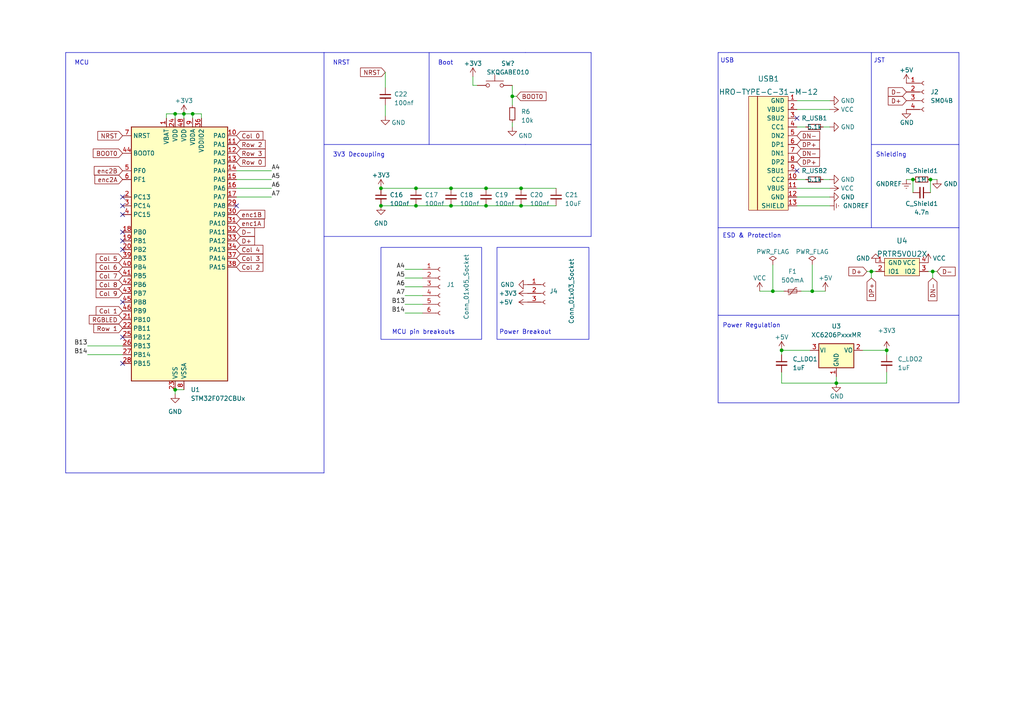
<source format=kicad_sch>
(kicad_sch (version 20230121) (generator eeschema)
  (paper "A4")
  (lib_symbols
    (symbol "+3V3_1" (power) (pin_names (offset 0))
      (property "Value" "+3V3_1" (at 0 3.556 0))
      (symbol "+3V3_1_0_1"
        (polyline (pts (xy -0.762 1.27) (xy 0 2.54)))
        (polyline (pts (xy 0 0) (xy 0 2.54)))
        (polyline (pts (xy 0 2.54) (xy 0.762 1.27)))
      )
      (symbol "+3V3_1_1_1"
        (pin power_in line (at 0 0 90) (length 0) hide (name "+3V3") (number "1"))
      )
    )
    (symbol "Connector:Conn_01x03_Socket" (pin_names (offset 1.016) hide)
      (property "Reference" "J" (at 0 5.08 0))
      (property "Value" "Conn_01x03_Socket" (at 0 -5.08 0))
      (symbol "Conn_01x03_Socket_1_1"
        (arc (start 0 -2.032) (mid -0.5058 -2.54) (end 0 -3.048) (stroke (width 0.1524)))
        (polyline (pts (xy -1.27 -2.54) (xy -0.508 -2.54)) (stroke (width 0.1524)))
        (polyline (pts (xy -1.27 0) (xy -0.508 0)) (stroke (width 0.1524)))
        (polyline (pts (xy -1.27 2.54) (xy -0.508 2.54)) (stroke (width 0.1524)))
        (arc (start 0 0.508) (mid -0.5058 0) (end 0 -0.508) (stroke (width 0.1524)))
        (arc (start 0 3.048) (mid -0.5058 2.54) (end 0 2.032) (stroke (width 0.1524)))
        (pin passive line (at -5.08 2.54 0) (length 3.81) (name "Pin_1") (number "1"))
        (pin passive line (at -5.08 0 0) (length 3.81) (name "Pin_2") (number "2"))
        (pin passive line (at -5.08 -2.54 0) (length 3.81) (name "Pin_3") (number "3"))
      )
    )
    (symbol "Connector:Conn_01x04_Female" (pin_names (offset 1.016) hide)
      (property "Reference" "J" (at 0 5.08 0))
      (property "Value" "Conn_01x04_Female" (at 0 -7.62 0))
      (symbol "Conn_01x04_Female_1_1"
        (arc (start 0 -4.572) (mid -0.5058 -5.08) (end 0 -5.588) (stroke (width 0.1524)))
        (arc (start 0 -2.032) (mid -0.5058 -2.54) (end 0 -3.048) (stroke (width 0.1524)))
        (polyline (pts (xy -1.27 -5.08) (xy -0.508 -5.08)) (stroke (width 0.1524)))
        (polyline (pts (xy -1.27 -2.54) (xy -0.508 -2.54)) (stroke (width 0.1524)))
        (polyline (pts (xy -1.27 0) (xy -0.508 0)) (stroke (width 0.1524)))
        (polyline (pts (xy -1.27 2.54) (xy -0.508 2.54)) (stroke (width 0.1524)))
        (arc (start 0 0.508) (mid -0.5058 0) (end 0 -0.508) (stroke (width 0.1524)))
        (arc (start 0 3.048) (mid -0.5058 2.54) (end 0 2.032) (stroke (width 0.1524)))
        (pin passive line (at -5.08 2.54 0) (length 3.81) (name "Pin_1") (number "1"))
        (pin passive line (at -5.08 0 0) (length 3.81) (name "Pin_2") (number "2"))
        (pin passive line (at -5.08 -2.54 0) (length 3.81) (name "Pin_3") (number "3"))
        (pin passive line (at -5.08 -5.08 0) (length 3.81) (name "Pin_4") (number "4"))
      )
    )
    (symbol "Connector:Conn_01x06_Socket" (pin_names (offset 1.016) hide)
      (property "Reference" "J" (at 0 7.62 0))
      (property "Value" "Conn_01x06_Socket" (at 0 -10.16 0))
      (symbol "Conn_01x06_Socket_1_1"
        (arc (start 0 -7.112) (mid -0.5058 -7.62) (end 0 -8.128) (stroke (width 0.1524)))
        (arc (start 0 -4.572) (mid -0.5058 -5.08) (end 0 -5.588) (stroke (width 0.1524)))
        (arc (start 0 -2.032) (mid -0.5058 -2.54) (end 0 -3.048) (stroke (width 0.1524)))
        (polyline (pts (xy -1.27 -7.62) (xy -0.508 -7.62)) (stroke (width 0.1524)))
        (polyline (pts (xy -1.27 -5.08) (xy -0.508 -5.08)) (stroke (width 0.1524)))
        (polyline (pts (xy -1.27 -2.54) (xy -0.508 -2.54)) (stroke (width 0.1524)))
        (polyline (pts (xy -1.27 0) (xy -0.508 0)) (stroke (width 0.1524)))
        (polyline (pts (xy -1.27 2.54) (xy -0.508 2.54)) (stroke (width 0.1524)))
        (polyline (pts (xy -1.27 5.08) (xy -0.508 5.08)) (stroke (width 0.1524)))
        (arc (start 0 0.508) (mid -0.5058 0) (end 0 -0.508) (stroke (width 0.1524)))
        (arc (start 0 3.048) (mid -0.5058 2.54) (end 0 2.032) (stroke (width 0.1524)))
        (arc (start 0 5.588) (mid -0.5058 5.08) (end 0 4.572) (stroke (width 0.1524)))
        (pin passive line (at -5.08 5.08 0) (length 3.81) (name "Pin_1") (number "1"))
        (pin passive line (at -5.08 2.54 0) (length 3.81) (name "Pin_2") (number "2"))
        (pin passive line (at -5.08 0 0) (length 3.81) (name "Pin_3") (number "3"))
        (pin passive line (at -5.08 -2.54 0) (length 3.81) (name "Pin_4") (number "4"))
        (pin passive line (at -5.08 -5.08 0) (length 3.81) (name "Pin_5") (number "5"))
        (pin passive line (at -5.08 -7.62 0) (length 3.81) (name "Pin_6") (number "6"))
      )
    )
    (symbol "Device:C_Small" (pin_numbers hide) (pin_names (offset 0.254) hide)
      (property "Reference" "C" (at 0.254 1.778 0))
      (property "Value" "C_Small" (at 0.254 -2.032 0))
      (symbol "C_Small_0_1"
        (polyline (pts (xy -1.524 -0.508) (xy 1.524 -0.508)) (stroke (width 0.3302)))
        (polyline (pts (xy -1.524 0.508) (xy 1.524 0.508)) (stroke (width 0.3048)))
      )
      (symbol "C_Small_1_1"
        (pin passive line (at 0 2.54 270) (length 2.032) (name "~") (number "1"))
        (pin passive line (at 0 -2.54 90) (length 2.032) (name "~") (number "2"))
      )
    )
    (symbol "Device:Polyfuse_Small" (pin_numbers hide) (pin_names (offset 0))
      (property "Reference" "F" (at -1.905 0 90))
      (property "Value" "Polyfuse_Small" (at 1.905 0 90))
      (symbol "Polyfuse_Small_0_1"
        (rectangle (start -0.508 1.27) (end 0.508 -1.27))
        (polyline (pts (xy 0 2.54) (xy 0 -2.54)))
        (polyline (pts (xy -1.016 1.27) (xy -1.016 0.762) (xy 1.016 -0.762) (xy 1.016 -1.27)))
      )
      (symbol "Polyfuse_Small_1_1"
        (pin passive line (at 0 2.54 270) (length 0.635) (name "~") (number "1"))
        (pin passive line (at 0 -2.54 90) (length 0.635) (name "~") (number "2"))
      )
    )
    (symbol "Device:R_Small" (pin_numbers hide) (pin_names (offset 0.254) hide)
      (property "Reference" "R" (at 0.762 0.508 0))
      (property "Value" "R_Small" (at 0.762 -1.016 0))
      (symbol "R_Small_0_1"
        (rectangle (start -0.762 1.778) (end 0.762 -1.778) (stroke (width 0.2032)))
      )
      (symbol "R_Small_1_1"
        (pin passive line (at 0 2.54 270) (length 0.762) (name "~") (number "1"))
        (pin passive line (at 0 -2.54 90) (length 0.762) (name "~") (number "2"))
      )
    )
    (symbol "GND_1" (power) (pin_names (offset 0))
      (property "Value" "GND_1" (at 0 -3.81 0))
      (symbol "GND_1_0_1"
        (polyline (pts (xy 0 0) (xy 0 -1.27) (xy 1.27 -1.27) (xy 0 -2.54) (xy -1.27 -1.27) (xy 0 -1.27)))
      )
      (symbol "GND_1_1_1"
        (pin power_in line (at 0 0 270) (length 0) hide (name "GND") (number "1"))
      )
    )
    (symbol "MCU_ST_STM32F0:STM32F072CBUx"
      (property "Reference" "U" (at -12.7 39.37 0))
      (property "Value" "STM32F072CBUx" (at 10.16 39.37 0))
      (symbol "STM32F072CBUx_0_1"
        (rectangle (start -12.7 -35.56) (end 15.24 38.1) (stroke (width 0.254)) (fill (type background)))
      )
      (symbol "STM32F072CBUx_1_1"
        (pin power_in line (at -2.54 40.64 270) (length 2.54) (name "VBAT") (number "1"))
        (pin bidirectional line (at 17.78 35.56 180) (length 2.54) (name "PA0") (number "10"))
        (pin bidirectional line (at 17.78 33.02 180) (length 2.54) (name "PA1") (number "11"))
        (pin bidirectional line (at 17.78 30.48 180) (length 2.54) (name "PA2") (number "12"))
        (pin bidirectional line (at 17.78 27.94 180) (length 2.54) (name "PA3") (number "13"))
        (pin bidirectional line (at 17.78 25.4 180) (length 2.54) (name "PA4") (number "14"))
        (pin bidirectional line (at 17.78 22.86 180) (length 2.54) (name "PA5") (number "15"))
        (pin bidirectional line (at 17.78 20.32 180) (length 2.54) (name "PA6") (number "16"))
        (pin bidirectional line (at 17.78 17.78 180) (length 2.54) (name "PA7") (number "17"))
        (pin bidirectional line (at -15.24 7.62 0) (length 2.54) (name "PB0") (number "18"))
        (pin bidirectional line (at -15.24 5.08 0) (length 2.54) (name "PB1") (number "19"))
        (pin bidirectional line (at -15.24 17.78 0) (length 2.54) (name "PC13") (number "2"))
        (pin bidirectional line (at -15.24 2.54 0) (length 2.54) (name "PB2") (number "20"))
        (pin bidirectional line (at -15.24 -17.78 0) (length 2.54) (name "PB10") (number "21"))
        (pin bidirectional line (at -15.24 -20.32 0) (length 2.54) (name "PB11") (number "22"))
        (pin power_in line (at 0 -38.1 90) (length 2.54) (name "VSS") (number "23"))
        (pin power_in line (at 0 40.64 270) (length 2.54) (name "VDD") (number "24"))
        (pin bidirectional line (at -15.24 -22.86 0) (length 2.54) (name "PB12") (number "25"))
        (pin bidirectional line (at -15.24 -25.4 0) (length 2.54) (name "PB13") (number "26"))
        (pin bidirectional line (at -15.24 -27.94 0) (length 2.54) (name "PB14") (number "27"))
        (pin bidirectional line (at -15.24 -30.48 0) (length 2.54) (name "PB15") (number "28"))
        (pin bidirectional line (at 17.78 15.24 180) (length 2.54) (name "PA8") (number "29"))
        (pin bidirectional line (at -15.24 15.24 0) (length 2.54) (name "PC14") (number "3"))
        (pin bidirectional line (at 17.78 12.7 180) (length 2.54) (name "PA9") (number "30"))
        (pin bidirectional line (at 17.78 10.16 180) (length 2.54) (name "PA10") (number "31"))
        (pin bidirectional line (at 17.78 7.62 180) (length 2.54) (name "PA11") (number "32"))
        (pin bidirectional line (at 17.78 5.08 180) (length 2.54) (name "PA12") (number "33"))
        (pin bidirectional line (at 17.78 2.54 180) (length 2.54) (name "PA13") (number "34"))
        (pin passive line (at 0 -38.1 90) (length 2.54) hide (name "VSS") (number "35"))
        (pin power_in line (at 7.62 40.64 270) (length 2.54) (name "VDDIO2") (number "36"))
        (pin bidirectional line (at 17.78 0 180) (length 2.54) (name "PA14") (number "37"))
        (pin bidirectional line (at 17.78 -2.54 180) (length 2.54) (name "PA15") (number "38"))
        (pin bidirectional line (at -15.24 0 0) (length 2.54) (name "PB3") (number "39"))
        (pin bidirectional line (at -15.24 12.7 0) (length 2.54) (name "PC15") (number "4"))
        (pin bidirectional line (at -15.24 -2.54 0) (length 2.54) (name "PB4") (number "40"))
        (pin bidirectional line (at -15.24 -5.08 0) (length 2.54) (name "PB5") (number "41"))
        (pin bidirectional line (at -15.24 -7.62 0) (length 2.54) (name "PB6") (number "42"))
        (pin bidirectional line (at -15.24 -10.16 0) (length 2.54) (name "PB7") (number "43"))
        (pin input line (at -15.24 30.48 0) (length 2.54) (name "BOOT0") (number "44"))
        (pin bidirectional line (at -15.24 -12.7 0) (length 2.54) (name "PB8") (number "45"))
        (pin bidirectional line (at -15.24 -15.24 0) (length 2.54) (name "PB9") (number "46"))
        (pin passive line (at 0 -38.1 90) (length 2.54) hide (name "VSS") (number "47"))
        (pin power_in line (at 2.54 40.64 270) (length 2.54) (name "VDD") (number "48"))
        (pin passive line (at 0 -38.1 90) (length 2.54) hide (name "VSS") (number "49"))
        (pin bidirectional line (at -15.24 25.4 0) (length 2.54) (name "PF0") (number "5"))
        (pin bidirectional line (at -15.24 22.86 0) (length 2.54) (name "PF1") (number "6"))
        (pin input line (at -15.24 35.56 0) (length 2.54) (name "NRST") (number "7"))
        (pin power_in line (at 2.54 -38.1 90) (length 2.54) (name "VSSA") (number "8"))
        (pin power_in line (at 5.08 40.64 270) (length 2.54) (name "VDDA") (number "9"))
      )
    )
    (symbol "Regulator_Linear:XC6206PxxxMR" (pin_names (offset 0.254))
      (property "Reference" "U" (at -3.81 3.175 0))
      (property "Value" "XC6206PxxxMR" (at 0 3.175 0))
      (symbol "XC6206PxxxMR_0_1"
        (rectangle (start -5.08 1.905) (end 5.08 -5.08) (stroke (width 0.254)) (fill (type background)))
      )
      (symbol "XC6206PxxxMR_1_1"
        (pin power_in line (at 0 -7.62 90) (length 2.54) (name "GND") (number "1"))
        (pin power_out line (at 7.62 0 180) (length 2.54) (name "VO") (number "2"))
        (pin power_in line (at -7.62 0 0) (length 2.54) (name "VI") (number "3"))
      )
    )
    (symbol "Switch:SW_Push" (pin_numbers hide) (pin_names (offset 1.016) hide)
      (property "Reference" "SW" (at 1.27 2.54 0))
      (property "Value" "SW_Push" (at 0 -1.524 0))
      (symbol "SW_Push_0_1"
        (circle (center -2.032 0) (radius 0.508))
        (polyline (pts (xy 0 1.27) (xy 0 3.048)))
        (polyline (pts (xy 2.54 1.27) (xy -2.54 1.27)))
        (circle (center 2.032 0) (radius 0.508))
        (pin passive line (at -5.08 0 0) (length 2.54) (name "1") (number "1"))
        (pin passive line (at 5.08 0 180) (length 2.54) (name "2") (number "2"))
      )
    )
    (symbol "cipulot_parts:HRO-TYPE-C-31-M-12" (pin_names (offset 1.016))
      (property "Reference" "USB" (at -5.08 16.51 0))
      (property "Value" "HRO-TYPE-C-31-M-12" (at -10.16 -1.27 90))
      (symbol "HRO-TYPE-C-31-M-12_0_1"
        (rectangle (start -11.43 15.24) (end -8.89 -17.78) (fill (type background)))
        (rectangle (start 0 -17.78) (end -8.89 15.24) (fill (type background)))
      )
      (symbol "HRO-TYPE-C-31-M-12_1_1"
        (pin input line (at 2.54 13.97 180) (length 2.54) (name "GND") (number "1"))
        (pin input line (at 2.54 -8.89 180) (length 2.54) (name "CC2") (number "10"))
        (pin input line (at 2.54 -11.43 180) (length 2.54) (name "VBUS") (number "11"))
        (pin input line (at 2.54 -13.97 180) (length 2.54) (name "GND") (number "12"))
        (pin input line (at 2.54 -16.51 180) (length 2.54) (name "SHIELD") (number "13"))
        (pin input line (at 2.54 11.43 180) (length 2.54) (name "VBUS") (number "2"))
        (pin input line (at 2.54 8.89 180) (length 2.54) (name "SBU2") (number "3"))
        (pin input line (at 2.54 6.35 180) (length 2.54) (name "CC1") (number "4"))
        (pin input line (at 2.54 3.81 180) (length 2.54) (name "DN2") (number "5"))
        (pin input line (at 2.54 1.27 180) (length 2.54) (name "DP1") (number "6"))
        (pin input line (at 2.54 -1.27 180) (length 2.54) (name "DN1") (number "7"))
        (pin input line (at 2.54 -3.81 180) (length 2.54) (name "DP2") (number "8"))
        (pin input line (at 2.54 -6.35 180) (length 2.54) (name "SBU1") (number "9"))
      )
    )
    (symbol "cipulot_parts:PRTR5V0U2X" (pin_names (offset 1.016))
      (property "Reference" "U" (at 0 3.81 0))
      (property "Value" "PRTR5V0U2X" (at 0 -3.81 0))
      (symbol "PRTR5V0U2X_0_1"
        (rectangle (start -5.08 2.54) (end 5.08 -2.54) (fill (type background)))
      )
      (symbol "PRTR5V0U2X_1_1"
        (pin input line (at -7.62 1.27 0) (length 2.54) (name "GND") (number "1"))
        (pin input line (at -7.62 -1.27 0) (length 2.54) (name "IO1") (number "2"))
        (pin input line (at 7.62 -1.27 180) (length 2.54) (name "IO2") (number "3"))
        (pin input line (at 7.62 1.27 180) (length 2.54) (name "VCC") (number "4"))
      )
    )
    (symbol "power:+3V3" (power) (pin_names (offset 0))
      (property "Value" "+3V3" (at 0 3.556 0))
      (symbol "+3V3_0_1"
        (polyline (pts (xy -0.762 1.27) (xy 0 2.54)))
        (polyline (pts (xy 0 0) (xy 0 2.54)))
        (polyline (pts (xy 0 2.54) (xy 0.762 1.27)))
      )
      (symbol "+3V3_1_1"
        (pin power_in line (at 0 0 90) (length 0) hide (name "+3V3") (number "1"))
      )
    )
    (symbol "power:+5V" (power) (pin_names (offset 0))
      (property "Value" "+5V" (at 0 3.556 0))
      (symbol "+5V_0_1"
        (polyline (pts (xy -0.762 1.27) (xy 0 2.54)))
        (polyline (pts (xy 0 0) (xy 0 2.54)))
        (polyline (pts (xy 0 2.54) (xy 0.762 1.27)))
      )
      (symbol "+5V_1_1"
        (pin power_in line (at 0 0 90) (length 0) hide (name "+5V") (number "1"))
      )
    )
    (symbol "power:GND" (power) (pin_names (offset 0))
      (property "Value" "GND" (at 0 -3.81 0))
      (symbol "GND_0_1"
        (polyline (pts (xy 0 0) (xy 0 -1.27) (xy 1.27 -1.27) (xy 0 -2.54) (xy -1.27 -1.27) (xy 0 -1.27)))
      )
      (symbol "GND_1_1"
        (pin power_in line (at 0 0 270) (length 0) hide (name "GND") (number "1"))
      )
    )
    (symbol "power:GNDREF" (power) (pin_names (offset 0))
      (property "Value" "GNDREF" (at 0 -3.81 0))
      (symbol "GNDREF_0_1"
        (polyline (pts (xy -0.635 -1.905) (xy 0.635 -1.905)))
        (polyline (pts (xy -0.127 -2.54) (xy 0.127 -2.54)))
        (polyline (pts (xy 0 -1.27) (xy 0 0)))
        (polyline (pts (xy 1.27 -1.27) (xy -1.27 -1.27)))
      )
      (symbol "GNDREF_1_1"
        (pin power_in line (at 0 0 270) (length 0) hide (name "GNDREF") (number "1"))
      )
    )
    (symbol "power:PWR_FLAG" (power) (pin_numbers hide) (pin_names (offset 0) hide)
      (property "Value" "PWR_FLAG" (at 0 3.81 0))
      (symbol "PWR_FLAG_0_0"
        (pin power_out line (at 0 0 90) (length 0) (name "pwr") (number "1"))
      )
      (symbol "PWR_FLAG_0_1"
        (polyline (pts (xy 0 0) (xy 0 1.27) (xy -1.016 1.905) (xy 0 2.54) (xy 1.016 1.905) (xy 0 1.27)))
      )
    )
    (symbol "power:VCC" (power) (pin_names (offset 0))
      (property "Value" "VCC" (at 0 3.81 0))
      (symbol "VCC_0_1"
        (polyline (pts (xy -0.762 1.27) (xy 0 2.54)))
        (polyline (pts (xy 0 0) (xy 0 2.54)))
        (polyline (pts (xy 0 2.54) (xy 0.762 1.27)))
      )
      (symbol "VCC_1_1"
        (pin power_in line (at 0 0 90) (length 0) hide (name "VCC") (number "1"))
      )
    )
  )
  (junction (at 270.51 78.74))
  (junction (at 257.175 101.6))
  (junction (at 264.795 52.07))
  (junction (at 120.65 54.61))
  (junction (at 50.8 113.03))
  (junction (at 269.875 52.07))
  (junction (at 252.73 78.74))
  (junction (at 110.49 59.69))
  (junction (at 151.13 54.61))
  (junction (at 110.49 54.61))
  (junction (at 224.155 84.455))
  (junction (at 130.81 54.61))
  (junction (at 130.81 59.69))
  (junction (at 151.13 59.69))
  (junction (at 148.59 27.94))
  (junction (at 242.57 111.125))
  (junction (at 53.34 33.02))
  (junction (at 50.8 33.02))
  (junction (at 55.88 33.02))
  (junction (at 120.65 59.69))
  (junction (at 140.97 54.61))
  (junction (at 235.585 84.455))
  (junction (at 226.695 101.6))
  (junction (at 140.97 59.69))
  (no_connect (at 35.56 87.63))
  (no_connect (at 35.56 67.31))
  (no_connect (at 35.56 105.41))
  (no_connect (at 35.56 69.85))
  (no_connect (at 35.56 72.39))
  (no_connect (at 231.14 34.29))
  (no_connect (at 35.56 62.23))
  (no_connect (at 35.56 97.79))
  (no_connect (at 35.56 57.15))
  (no_connect (at 231.14 49.53))
  (no_connect (at 68.58 59.69))
  (no_connect (at 35.56 59.69))
  (wire (pts (xy 50.8 114.3) (xy 50.8 113.03)))
  (polyline (pts (xy 252.73 41.91) (xy 278.13 41.91)))
  (wire (pts (xy 110.49 59.69) (xy 120.65 59.69)))
  (wire (pts (xy 231.14 54.61) (xy 240.665 54.61)))
  (polyline (pts (xy 208.28 15.24) (xy 208.28 66.04)))
  (polyline (pts (xy 208.28 91.44) (xy 278.13 91.44)))
  (polyline (pts (xy 278.13 66.04) (xy 278.13 116.84)))
  (polyline (pts (xy 93.98 137.16) (xy 93.98 15.24)))
  (polyline (pts (xy 152.4 15.24) (xy 171.45 15.24)))
  (wire (pts (xy 148.59 27.94) (xy 149.86 27.94)))
  (wire (pts (xy 68.58 49.53) (xy 78.74 49.53)))
  (wire (pts (xy 50.8 33.02) (xy 50.8 34.29)))
  (wire (pts (xy 138.43 24.765) (xy 137.16 24.765)))
  (wire (pts (xy 231.14 57.15) (xy 240.665 57.15)))
  (wire (pts (xy 55.88 33.02) (xy 55.88 34.29)))
  (wire (pts (xy 148.59 24.765) (xy 148.59 27.94)))
  (wire (pts (xy 48.26 33.02) (xy 48.26 34.29)))
  (wire (pts (xy 130.81 54.61) (xy 140.97 54.61)))
  (wire (pts (xy 117.475 85.725) (xy 122.555 85.725)))
  (wire (pts (xy 50.8 113.03) (xy 53.34 113.03)))
  (wire (pts (xy 137.16 24.765) (xy 137.16 22.225)))
  (wire (pts (xy 226.695 107.95) (xy 226.695 111.125)))
  (polyline (pts (xy 19.05 137.16) (xy 93.98 137.16)))
  (wire (pts (xy 53.34 33.02) (xy 53.34 34.29)))
  (wire (pts (xy 224.155 84.455) (xy 227.33 84.455)))
  (polyline (pts (xy 278.13 15.24) (xy 278.13 66.04)))
  (polyline (pts (xy 208.28 15.24) (xy 278.13 15.24)))
  (wire (pts (xy 117.475 78.105) (xy 122.555 78.105)))
  (wire (pts (xy 262.89 52.07) (xy 264.795 52.07)))
  (wire (pts (xy 238.76 52.07) (xy 240.665 52.07)))
  (polyline (pts (xy 252.73 15.24) (xy 252.73 66.04)))
  (wire (pts (xy 252.73 78.74) (xy 254 78.74)))
  (wire (pts (xy 140.97 54.61) (xy 151.13 54.61)))
  (wire (pts (xy 117.475 90.805) (xy 122.555 90.805)))
  (polyline (pts (xy 93.98 68.58) (xy 171.45 68.58)))
  (wire (pts (xy 120.65 59.69) (xy 130.81 59.69)))
  (wire (pts (xy 130.81 59.69) (xy 140.97 59.69)))
  (wire (pts (xy 220.345 84.455) (xy 224.155 84.455)))
  (wire (pts (xy 252.73 78.74) (xy 252.73 80.645)))
  (polyline (pts (xy 171.45 68.58) (xy 171.45 41.91)))
  (wire (pts (xy 231.14 29.21) (xy 240.665 29.21)))
  (polyline (pts (xy 124.46 15.24) (xy 124.46 41.91)))
  (wire (pts (xy 250.19 101.6) (xy 257.175 101.6)))
  (wire (pts (xy 140.97 59.69) (xy 151.13 59.69)))
  (wire (pts (xy 257.175 111.125) (xy 257.175 107.95)))
  (wire (pts (xy 231.14 52.07) (xy 233.68 52.07)))
  (wire (pts (xy 148.59 27.94) (xy 148.59 30.48)))
  (wire (pts (xy 235.585 76.835) (xy 235.585 84.455)))
  (wire (pts (xy 111.76 20.955) (xy 111.76 25.4)))
  (wire (pts (xy 226.695 101.6) (xy 226.695 102.87)))
  (polyline (pts (xy 93.98 15.24) (xy 19.05 15.24)))
  (wire (pts (xy 68.58 57.15) (xy 78.74 57.15)))
  (wire (pts (xy 224.155 76.835) (xy 224.155 84.455)))
  (wire (pts (xy 151.13 59.69) (xy 161.29 59.69)))
  (wire (pts (xy 264.795 52.07) (xy 264.795 55.88)))
  (wire (pts (xy 55.88 33.02) (xy 58.42 33.02)))
  (wire (pts (xy 117.475 88.265) (xy 122.555 88.265)))
  (wire (pts (xy 231.14 31.75) (xy 240.665 31.75)))
  (wire (pts (xy 257.175 101.6) (xy 257.175 102.87)))
  (wire (pts (xy 251.46 78.74) (xy 252.73 78.74)))
  (wire (pts (xy 68.58 52.07) (xy 78.74 52.07)))
  (wire (pts (xy 35.56 102.87) (xy 25.4 102.87)))
  (wire (pts (xy 35.56 100.33) (xy 25.4 100.33)))
  (wire (pts (xy 68.58 54.61) (xy 78.74 54.61)))
  (polyline (pts (xy 278.13 66.04) (xy 208.28 66.04)))
  (polyline (pts (xy 93.98 41.91) (xy 152.4 41.91)))
  (wire (pts (xy 48.26 33.02) (xy 50.8 33.02)))
  (wire (pts (xy 235.585 84.455) (xy 239.395 84.455)))
  (wire (pts (xy 232.41 84.455) (xy 235.585 84.455)))
  (wire (pts (xy 50.8 33.02) (xy 53.34 33.02)))
  (wire (pts (xy 231.14 59.69) (xy 240.665 59.69)))
  (wire (pts (xy 270.51 78.74) (xy 270.51 80.645)))
  (wire (pts (xy 117.475 80.645) (xy 122.555 80.645)))
  (wire (pts (xy 117.475 83.185) (xy 122.555 83.185)))
  (wire (pts (xy 226.695 101.6) (xy 234.95 101.6)))
  (wire (pts (xy 58.42 33.02) (xy 58.42 34.29)))
  (wire (pts (xy 269.875 52.07) (xy 271.78 52.07)))
  (wire (pts (xy 110.49 54.61) (xy 120.65 54.61)))
  (wire (pts (xy 270.51 78.74) (xy 271.78 78.74)))
  (wire (pts (xy 120.65 54.61) (xy 130.81 54.61)))
  (polyline (pts (xy 208.28 116.84) (xy 208.28 66.04)))
  (polyline (pts (xy 278.13 116.84) (xy 208.28 116.84)))
  (wire (pts (xy 231.14 36.83) (xy 233.68 36.83)))
  (polyline (pts (xy 93.98 15.24) (xy 152.4 15.24)))
  (polyline (pts (xy 19.05 15.24) (xy 19.05 137.16)))
  (wire (pts (xy 55.88 33.02) (xy 53.34 33.02)))
  (wire (pts (xy 269.24 78.74) (xy 270.51 78.74)))
  (polyline (pts (xy 171.45 15.24) (xy 171.45 41.91)))
  (wire (pts (xy 269.875 52.07) (xy 269.875 55.88)))
  (wire (pts (xy 151.13 54.61) (xy 161.29 54.61)))
  (wire (pts (xy 226.695 111.125) (xy 242.57 111.125)))
  (wire (pts (xy 242.57 111.125) (xy 257.175 111.125)))
  (wire (pts (xy 148.59 35.56) (xy 148.59 36.83)))
  (wire (pts (xy 238.76 36.83) (xy 240.665 36.83)))
  (wire (pts (xy 242.57 109.22) (xy 242.57 111.125)))
  (polyline (pts (xy 152.4 41.91) (xy 171.45 41.91)))
  (wire (pts (xy 111.76 33.655) (xy 111.76 30.48)))
  (rectangle (start 144.145 71.755) (end 170.815 98.425))
  (rectangle (start 110.49 71.755) (end 139.7 98.425))
  (text "Power Regulation" (at 209.55 95.25 0) (effects (font (size 1.27 1.27)) (justify left bottom)))
  (text "MCU" (at 21.59 19.05 0) (effects (font (size 1.27 1.27)) (justify left bottom)))
  (text "JST" (at 253.365 18.415 0) (effects (font (size 1.27 1.27)) (justify left bottom)))
  (text "USB\n" (at 208.915 18.415 0) (effects (font (size 1.27 1.27)) (justify left bottom)))
  (text "Boot" (at 127 19.05 0) (effects (font (size 1.27 1.27)) (justify left bottom)))
  (text "Shielding\n" (at 254 45.72 0) (effects (font (size 1.27 1.27)) (justify left bottom)))
  (text "ESD & Protection" (at 209.55 69.215 0) (effects (font (size 1.27 1.27)) (justify left bottom)))
  (text "NRST" (at 96.52 19.05 0) (effects (font (size 1.27 1.27)) (justify left bottom)))
  (text "3V3 Decoupling" (at 96.52 45.72 0) (effects (font (size 1.27 1.27)) (justify left bottom)))
  (text "Power Breakout" (at 144.78 97.155 0) (effects (font (size 1.27 1.27)) (justify left bottom)))
  (text "MCU pin breakouts" (at 113.665 97.155 0) (effects (font (size 1.27 1.27)) (justify left bottom)))
  (label "A4" (at 117.475 78.105 180))
  (label "A7" (at 117.475 85.725 180))
  (label "B14" (at 117.475 90.805 180))
  (label "B13" (at 25.4 100.33 180))
  (label "A6" (at 117.475 83.185 180))
  (label "B14" (at 25.4 102.87 180))
  (label "A6" (at 78.74 54.61 0))
  (label "B13" (at 117.475 88.265 180))
  (label "A4" (at 78.74 49.53 0))
  (label "A7" (at 78.74 57.15 0))
  (label "A5" (at 117.475 80.645 180))
  (label "A5" (at 78.74 52.07 0))
  (global_label "Col 8" (shape input) (at 35.56 82.55 180) (property "Intersheetrefs" "${INTERSHEET_REFS}" (effects hide)))
  (global_label "D-" (shape input) (at 271.78 78.74 0) (property "Intersheetrefs" "${INTERSHEET_REFS}" (effects hide)))
  (global_label "Col 1" (shape input) (at 35.56 90.17 180) (property "Intersheetrefs" "${INTERSHEET_REFS}" (effects hide)))
  (global_label "enc2A" (shape input) (at 35.56 52.07 180) (property "Intersheetrefs" "${INTERSHEET_REFS}" (effects hide)))
  (global_label "D-" (shape input) (at 262.89 26.67 180) (property "Intersheetrefs" "${INTERSHEET_REFS}" (effects hide)))
  (global_label "RGBLED" (shape input) (at 35.56 92.71 180) (property "Intersheetrefs" "${INTERSHEET_REFS}" (effects hide)))
  (global_label "Col 0" (shape input) (at 68.58 39.37 0) (property "Intersheetrefs" "${INTERSHEET_REFS}" (effects hide)))
  (global_label "D+" (shape input) (at 251.46 78.74 180) (property "Intersheetrefs" "${INTERSHEET_REFS}" (effects hide)))
  (global_label "DP+" (shape input) (at 231.14 41.91 0) (property "Intersheetrefs" "${INTERSHEET_REFS}" (effects hide)))
  (global_label "Row 2" (shape input) (at 68.58 41.91 0) (property "Intersheetrefs" "${INTERSHEET_REFS}" (effects hide)))
  (global_label "D+" (shape input) (at 68.58 69.85 0) (property "Intersheetrefs" "${INTERSHEET_REFS}" (effects hide)))
  (global_label "Row 0" (shape input) (at 68.58 46.99 0) (property "Intersheetrefs" "${INTERSHEET_REFS}" (effects hide)))
  (global_label "NRST" (shape input) (at 35.56 39.37 180) (property "Intersheetrefs" "${INTERSHEET_REFS}" (effects hide)))
  (global_label "DN-" (shape input) (at 231.14 44.45 0) (property "Intersheetrefs" "${INTERSHEET_REFS}" (effects hide)))
  (global_label "Col 5" (shape input) (at 35.56 74.93 180) (property "Intersheetrefs" "${INTERSHEET_REFS}" (effects hide)))
  (global_label "Col 2" (shape input) (at 68.58 77.47 0) (property "Intersheetrefs" "${INTERSHEET_REFS}" (effects hide)))
  (global_label "D+" (shape input) (at 262.89 29.21 180) (property "Intersheetrefs" "${INTERSHEET_REFS}" (effects hide)))
  (global_label "Col 9" (shape input) (at 35.56 85.09 180) (property "Intersheetrefs" "${INTERSHEET_REFS}" (effects hide)))
  (global_label "Col 6" (shape input) (at 35.56 77.47 180) (property "Intersheetrefs" "${INTERSHEET_REFS}" (effects hide)))
  (global_label "Col 7" (shape input) (at 35.56 80.01 180) (property "Intersheetrefs" "${INTERSHEET_REFS}" (effects hide)))
  (global_label "Row 3" (shape input) (at 68.58 44.45 0) (property "Intersheetrefs" "${INTERSHEET_REFS}" (effects hide)))
  (global_label "NRST" (shape input) (at 111.76 20.955 180) (property "Intersheetrefs" "${INTERSHEET_REFS}" (effects hide)))
  (global_label "enc1B" (shape input) (at 68.58 62.23 0) (property "Intersheetrefs" "${INTERSHEET_REFS}" (effects hide)))
  (global_label "Row 1" (shape input) (at 35.56 95.25 180) (property "Intersheetrefs" "${INTERSHEET_REFS}" (effects hide)))
  (global_label "enc1A" (shape input) (at 68.58 64.77 0) (property "Intersheetrefs" "${INTERSHEET_REFS}" (effects hide)))
  (global_label "enc2B" (shape input) (at 35.56 49.53 180) (property "Intersheetrefs" "${INTERSHEET_REFS}" (effects hide)))
  (global_label "Col 3" (shape input) (at 68.58 74.93 0) (property "Intersheetrefs" "${INTERSHEET_REFS}" (effects hide)))
  (global_label "DN-" (shape input) (at 231.14 39.37 0) (property "Intersheetrefs" "${INTERSHEET_REFS}" (effects hide)))
  (global_label "BOOT0" (shape input) (at 35.56 44.45 180) (property "Intersheetrefs" "${INTERSHEET_REFS}" (effects hide)))
  (global_label "Col 4" (shape input) (at 68.58 72.39 0) (property "Intersheetrefs" "${INTERSHEET_REFS}" (effects hide)))
  (global_label "BOOT0" (shape input) (at 149.86 27.94 0) (property "Intersheetrefs" "${INTERSHEET_REFS}" (effects hide)))
  (global_label "DP+" (shape input) (at 252.73 80.645 270) (property "Intersheetrefs" "${INTERSHEET_REFS}" (effects hide)))
  (global_label "DP+" (shape input) (at 231.14 46.99 0) (property "Intersheetrefs" "${INTERSHEET_REFS}" (effects hide)))
  (global_label "DN-" (shape input) (at 270.51 80.645 270) (property "Intersheetrefs" "${INTERSHEET_REFS}" (effects hide)))
  (global_label "D-" (shape input) (at 68.58 67.31 0) (property "Intersheetrefs" "${INTERSHEET_REFS}" (effects hide)))
  (symbol (lib_id "power:+3V3") (at 257.175 101.6 0) (unit 1)
    (property "Reference" "#PWR0125" (effects hide))
    (property "Value" "+3V3" (at 257.175 95.885 0))
  )
  (symbol (lib_id "power:GND") (at 153.035 82.55 270) (unit 1)
    (property "Reference" "#PWR010" (effects hide))
    (property "Value" "GND" (at 149.225 82.55 90) (effects (justify right)))
  )
  (symbol (lib_id "Device:C_Small") (at 226.695 105.41 0) (unit 1)
    (property "Reference" "C_LDO1" (at 229.87 104.1463 0) (effects (justify left)))
    (property "Value" "1uF" (at 229.87 106.6863 0) (effects (justify left)))
    (property "Footprint" "Capacitor_SMD:C_0402_1005Metric" (effects hide))
  )
  (symbol (lib_id "power:+5V") (at 262.89 24.13 0) (unit 1)
    (property "Reference" "#PWR0127" (effects hide))
    (property "Value" "+5V" (at 262.89 20.32 0))
  )
  (symbol (lib_id "power:GND") (at 240.665 57.15 90) (unit 1)
    (property "Reference" "#PWR0136" (effects hide))
    (property "Value" "GND" (at 243.84 57.1499 90) (effects (justify right)))
  )
  (symbol (lib_id "power:GND") (at 242.57 111.125 0) (unit 1)
    (property "Reference" "#PWR0126" (effects hide))
    (property "Value" "GND" (at 240.665 114.935 0) (effects (justify left)))
  )
  (symbol (lib_id "Device:C_Small") (at 110.49 57.15 0) (unit 1)
    (property "Reference" "C16" (at 113.03 56.5213 0) (effects (justify left)))
    (property "Value" "100nf" (at 113.03 59.0613 0) (effects (justify left)))
    (property "Footprint" "Capacitor_SMD:C_0402_1005Metric" (effects hide))
  )
  (symbol (lib_id "Connector:Conn_01x06_Socket") (at 127.635 83.185 0) (unit 1)
    (property "Reference" "J1" (at 129.54 82.55 0) (effects (justify left)))
    (property "Value" "Conn_01x05_Socket" (at 135.255 92.71 90) (effects (justify left)))
    (property "Footprint" "Connector_PinHeader_2.00mm:PinHeader_1x06_P2.00mm_Vertical" (effects hide))
  )
  (symbol (lib_id "power:VCC") (at 220.345 84.455 0) (unit 1)
    (property "Reference" "#PWR0143" (effects hide))
    (property "Value" "VCC" (at 220.345 80.645 0))
  )
  (symbol (lib_id "Device:C_Small") (at 257.175 105.41 0) (unit 1)
    (property "Reference" "C_LDO2" (at 260.35 104.1463 0) (effects (justify left)))
    (property "Value" "1uF" (at 260.35 106.6863 0) (effects (justify left)))
    (property "Footprint" "Capacitor_SMD:C_0402_1005Metric" (effects hide))
  )
  (symbol (lib_id "power:+3V3") (at 153.035 85.09 90) (mirror x) (unit 1)
    (property "Reference" "#PWR010" (effects hide))
    (property "Value" "+3V3" (at 147.32 85.09 90))
    (instances (project "Eightu" (path "" (reference "#PWR010") (unit 1))) (project "stm32_hotswap_chiffre" (path "" (reference "#PWR09") (unit 1))) (project "Infernum HS" (path "" (reference "#PWR06") (unit 1))))
  )
  (symbol (lib_id "Switch:SW_Push") (at 143.51 24.765 0) (unit 1)
    (property "Reference" "SW?" (at 147.32 18.415 0))
    (property "Value" "SKQGABE010" (at 147.32 20.955 0))
    (property "Footprint" "Connector_PinSocket_2.54mm:PinSocket_1x02_P2.54mm_Vertical" (effects hide))
    (instances (project "TKL" (path "" (reference "SW?") (unit 1))) (project "Eightu" (path "" (reference "SW6") (unit 1))) (project "stm32_hotswap_chiffre" (path "" (reference "SW37") (unit 1))) (project "Infernum HS" (path "" (reference "SW5") (unit 1))))
  )
  (symbol (lib_id "Device:R_Small") (at 267.335 52.07 90) (unit 1)
    (property "Reference" "R_Shield1" (at 267.335 49.53 90))
    (property "Value" "1M" (at 267.335 52.07 90))
    (property "Footprint" "Resistor_SMD:R_0402_1005Metric" (effects hide))
  )
  (symbol (lib_id "power:GND") (at 240.665 36.83 90) (unit 1)
    (property "Reference" "#PWR0133" (effects hide))
    (property "Value" "GND" (at 243.84 36.8299 90) (effects (justify right)))
  )
  (symbol (lib_id "Device:R_Small") (at 236.22 36.83 90) (unit 1)
    (property "Reference" "R_USB1" (at 236.22 34.29 90))
    (property "Value" "5.1k" (at 236.22 36.83 90))
    (property "Footprint" "Resistor_SMD:R_0402_1005Metric" (effects hide))
  )
  (symbol (lib_id "power:GND") (at 148.59 36.83 0) (unit 1)
    (property "Reference" "#PWR?" (effects hide))
    (property "Value" "GND" (at 152.4 39.37 0))
    (instances (project "TKL" (path "" (reference "#PWR?") (unit 1))) (project "Eightu" (path "" (reference "#PWR011") (unit 1))) (project "stm32_hotswap_chiffre" (path "" (reference "#PWR011") (unit 1))) (project "Infernum HS" (path "" (reference "#PWR05") (unit 1))))
  )
  (symbol (lib_id "power:PWR_FLAG") (at 235.585 76.835 0) (unit 1)
    (property "Reference" "#FLG0101" (effects hide))
    (property "Value" "PWR_FLAG" (at 235.585 73.025 0))
  )
  (symbol (lib_id "power:GND") (at 254 76.2 180) (unit 1)
    (property "Reference" "#PWR0144" (effects hide))
    (property "Value" "GND" (at 248.285 74.93 0) (effects (justify right)))
  )
  (symbol (lib_name "+3V3_1") (lib_id "power:+3V3") (at 110.49 54.61 0) (unit 1)
    (property "Reference" "#PWR01" (effects hide))
    (property "Value" "+3V3" (at 110.49 50.8 0))
  )
  (symbol (lib_id "power:GND") (at 240.665 29.21 90) (unit 1)
    (property "Reference" "#PWR0131" (effects hide))
    (property "Value" "GND" (at 243.84 29.2099 90) (effects (justify right)))
  )
  (symbol (lib_id "power:VCC") (at 240.665 31.75 270) (unit 1)
    (property "Reference" "#PWR0132" (effects hide))
    (property "Value" "VCC" (at 243.84 31.7499 90) (effects (justify left)))
  )
  (symbol (lib_id "Connector:Conn_01x04_Female") (at 267.97 26.67 0) (unit 1)
    (property "Reference" "J2" (at 269.875 26.6699 0) (effects (justify left)))
    (property "Value" "SM04B" (at 269.875 29.2099 0) (effects (justify left)))
    (property "Footprint" "Connector_JST:JST_SH_SM04B-SRSS-TB_1x04-1MP_P1.00mm_Horizontal" (effects hide))
  )
  (symbol (lib_id "power:GNDREF") (at 262.89 52.07 0) (unit 1)
    (property "Reference" "#PWR0138" (effects hide))
    (property "Value" "GNDREF" (at 254 53.34 0) (effects (justify left)))
  )
  (symbol (lib_id "Device:C_Small") (at 130.81 57.15 0) (unit 1)
    (property "Reference" "C18" (at 133.35 56.5213 0) (effects (justify left)))
    (property "Value" "100nf" (at 133.35 59.0613 0) (effects (justify left)))
    (property "Footprint" "Capacitor_SMD:C_0402_1005Metric" (effects hide))
  )
  (symbol (lib_id "Device:C_Small") (at 120.65 57.15 0) (unit 1)
    (property "Reference" "C17" (at 123.19 56.5213 0) (effects (justify left)))
    (property "Value" "100nf" (at 123.19 59.0613 0) (effects (justify left)))
    (property "Footprint" "Capacitor_SMD:C_0402_1005Metric" (effects hide))
  )
  (symbol (lib_id "MCU_ST_STM32F0:STM32F072CBUx") (at 50.8 74.93 0) (unit 1)
    (property "Reference" "U1" (at 55.2959 113.03 0) (effects (justify left)))
    (property "Value" "STM32F072CBUx" (at 55.2959 115.57 0) (effects (justify left)))
    (property "Footprint" "Package_DFN_QFN:QFN-48-1EP_7x7mm_P0.5mm_EP5.6x5.6mm" (effects hide))
    (property "Datasheet" "https://www.st.com/resource/en/datasheet/stm32f072cb.pdf" (effects hide))
  )
  (symbol (lib_id "power:GND") (at 271.78 52.07 0) (unit 1)
    (property "Reference" "#PWR0139" (effects hide))
    (property "Value" "GND" (at 273.685 53.3399 0) (effects (justify left)))
  )
  (symbol (lib_id "power:GND") (at 111.76 33.655 0) (mirror y) (unit 1)
    (property "Reference" "#PWR?" (effects hide))
    (property "Value" "GND" (at 115.57 35.56 0))
    (instances (project "TKL" (path "" (reference "#PWR?") (unit 1))) (project "Eightu" (path "" (reference "#PWR012") (unit 1))) (project "stm32_hotswap_chiffre" (path "" (reference "#PWR012") (unit 1))) (project "Infernum HS" (path "" (reference "#PWR03") (unit 1))))
  )
  (symbol (lib_id "power:+3V3") (at 53.34 33.02 0) (unit 1)
    (property "Reference" "#PWR06" (effects hide))
    (property "Value" "+3V3" (at 53.34 29.21 0))
    (instances (project "Eightu" (path "" (reference "#PWR06") (unit 1))) (project "stm32_hotswap_chiffre" (path "" (reference "#PWR01") (unit 1))) (project "Infernum HS" (path "" (reference "#PWR08") (unit 1))))
  )
  (symbol (lib_id "power:GND") (at 240.665 52.07 90) (unit 1)
    (property "Reference" "#PWR0135" (effects hide))
    (property "Value" "GND" (at 243.84 52.0699 90) (effects (justify right)))
  )
  (symbol (lib_id "power:+5V") (at 226.695 101.6 0) (unit 1)
    (property "Reference" "#PWR0124" (effects hide))
    (property "Value" "+5V" (at 226.695 97.79 0))
  )
  (symbol (lib_id "power:GNDREF") (at 240.665 59.69 90) (unit 1)
    (property "Reference" "#PWR0137" (effects hide))
    (property "Value" "GNDREF" (at 244.475 59.6899 90) (effects (justify right)))
  )
  (symbol (lib_id "Device:Polyfuse_Small") (at 229.87 84.455 90) (unit 1)
    (property "Reference" "F1" (at 229.87 78.74 90))
    (property "Value" "500mA" (at 229.87 81.28 90))
    (property "Footprint" "Fuse:Fuse_0805_2012Metric" (effects hide))
  )
  (symbol (lib_id "power:VCC") (at 240.665 54.61 270) (unit 1)
    (property "Reference" "#PWR0134" (effects hide))
    (property "Value" "VCC" (at 243.84 54.6099 90) (effects (justify left)))
  )
  (symbol (lib_id "power:VCC") (at 269.24 76.2 0) (unit 1)
    (property "Reference" "#PWR0140" (effects hide))
    (property "Value" "VCC" (at 270.51 74.93 0) (effects (justify left)))
  )
  (symbol (lib_id "power:+3V3") (at 137.16 22.225 0) (mirror y) (unit 1)
    (property "Reference" "#PWR010" (effects hide))
    (property "Value" "+3V3" (at 137.16 18.415 0))
    (instances (project "Eightu" (path "" (reference "#PWR010") (unit 1))) (project "stm32_hotswap_chiffre" (path "" (reference "#PWR09") (unit 1))) (project "Infernum HS" (path "" (reference "#PWR04") (unit 1))))
  )
  (symbol (lib_id "Device:R_Small") (at 236.22 52.07 90) (unit 1)
    (property "Reference" "R_USB2" (at 236.22 49.53 90))
    (property "Value" "5.1k" (at 236.22 52.07 90))
    (property "Footprint" "Resistor_SMD:R_0402_1005Metric" (effects hide))
  )
  (symbol (lib_id "Device:C_Small") (at 111.76 27.94 0) (unit 1)
    (property "Reference" "C22" (at 114.3 27.3113 0) (effects (justify left)))
    (property "Value" "100nf" (at 114.3 29.8513 0) (effects (justify left)))
    (property "Footprint" "Capacitor_SMD:C_0402_1005Metric" (effects hide))
  )
  (symbol (lib_id "Device:C_Small") (at 151.13 57.15 0) (unit 1)
    (property "Reference" "C20" (at 153.67 56.5213 0) (effects (justify left)))
    (property "Value" "100nf" (at 153.67 59.0613 0) (effects (justify left)))
    (property "Footprint" "Capacitor_SMD:C_0402_1005Metric" (effects hide))
  )
  (symbol (lib_id "Connector:Conn_01x03_Socket") (at 158.115 85.09 0) (unit 1)
    (property "Reference" "J4" (at 159.385 84.455 0) (effects (justify left)))
    (property "Value" "Conn_01x03_Socket" (at 165.735 93.98 90) (effects (justify left)))
    (property "Footprint" "Connector_PinHeader_2.00mm:PinHeader_1x03_P2.00mm_Vertical" (effects hide))
  )
  (symbol (lib_id "power:PWR_FLAG") (at 224.155 76.835 0) (unit 1)
    (property "Reference" "#FLG0102" (effects hide))
    (property "Value" "PWR_FLAG" (at 224.155 73.025 0))
  )
  (symbol (lib_id "power:GND") (at 262.89 31.75 0) (unit 1)
    (property "Reference" "#PWR0123" (effects hide))
    (property "Value" "GND" (at 260.985 35.56 0) (effects (justify left)))
  )
  (symbol (lib_id "Device:C_Small") (at 161.29 57.15 0) (unit 1)
    (property "Reference" "C21" (at 163.83 56.5213 0) (effects (justify left)))
    (property "Value" "10uF" (at 163.83 59.0613 0) (effects (justify left)))
    (property "Footprint" "Capacitor_SMD:C_0402_1005Metric" (effects hide))
  )
  (symbol (lib_id "Device:C_Small") (at 140.97 57.15 0) (unit 1)
    (property "Reference" "C19" (at 143.51 56.5213 0) (effects (justify left)))
    (property "Value" "100nf" (at 143.51 59.0613 0) (effects (justify left)))
    (property "Footprint" "Capacitor_SMD:C_0402_1005Metric" (effects hide))
  )
  (symbol (lib_id "cipulot_parts:PRTR5V0U2X") (at 261.62 77.47 0) (unit 1)
    (property "Reference" "U4" (at 261.62 69.85 0) (effects (font (size 1.524 1.524))))
    (property "Value" "PRTR5V0U2X" (at 261.62 73.66 0) (effects (font (size 1.524 1.524))))
    (property "Footprint" "random-keyboard-parts:SOT143B" (effects hide))
  )
  (symbol (lib_id "Regulator_Linear:XC6206PxxxMR") (at 242.57 101.6 0) (unit 1)
    (property "Reference" "U3" (at 242.57 94.615 0))
    (property "Value" "XC6206PxxxMR" (at 242.57 97.155 0))
    (property "Footprint" "Package_TO_SOT_SMD:SOT-23" (effects hide))
    (property "Datasheet" "https://www.torexsemi.com/file/xc6206/XC6206.pdf" (effects hide))
  )
  (symbol (lib_id "power:+5V") (at 239.395 84.455 0) (unit 1)
    (property "Reference" "#PWR0141" (effects hide))
    (property "Value" "+5V" (at 239.395 80.645 0))
  )
  (symbol (lib_id "power:GND") (at 50.8 114.3 0) (unit 1)
    (property "Reference" "#PWR07" (effects hide))
    (property "Value" "GND" (at 50.8 119.38 0))
    (instances (project "Eightu" (path "" (reference "#PWR07") (unit 1))) (project "stm32_hotswap_chiffre" (path "" (reference "#PWR014") (unit 1))) (project "Infernum HS" (path "" (reference "#PWR09") (unit 1))))
  )
  (symbol (lib_id "Device:C_Small") (at 267.335 55.88 270) (unit 1)
    (property "Reference" "C_Shield1" (at 267.335 59.055 90))
    (property "Value" "4.7n" (at 267.335 61.595 90))
    (property "Footprint" "Capacitor_SMD:C_0402_1005Metric" (effects hide))
  )
  (symbol (lib_name "GND_1") (lib_id "power:GND") (at 110.49 59.69 0) (unit 1)
    (property "Reference" "#PWR02" (effects hide))
    (property "Value" "GND" (at 110.49 64.77 0))
  )
  (symbol (lib_id "Device:R_Small") (at 148.59 33.02 0) (unit 1)
    (property "Reference" "R6" (at 151.13 32.385 0) (effects (justify left)))
    (property "Value" "10k" (at 151.13 34.925 0) (effects (justify left)))
    (property "Footprint" "Resistor_SMD:R_0402_1005Metric" (effects hide))
  )
  (symbol (lib_id "cipulot_parts:HRO-TYPE-C-31-M-12") (at 228.6 43.18 0) (unit 1)
    (property "Reference" "USB1" (at 222.885 22.86 0) (effects (font (size 1.524 1.524))))
    (property "Value" "HRO-TYPE-C-31-M-12" (at 222.885 26.67 0) (effects (font (size 1.524 1.524))))
    (property "Footprint" "cipulot_parts:HRO-TYPE-C-31-M-12-Assembly" (effects hide))
  )
  (symbol (lib_id "power:+5V") (at 153.035 87.63 90) (unit 1)
    (property "Reference" "#PWR07" (effects hide))
    (property "Value" "+5V" (at 146.685 87.63 90))
  )
)
</source>
